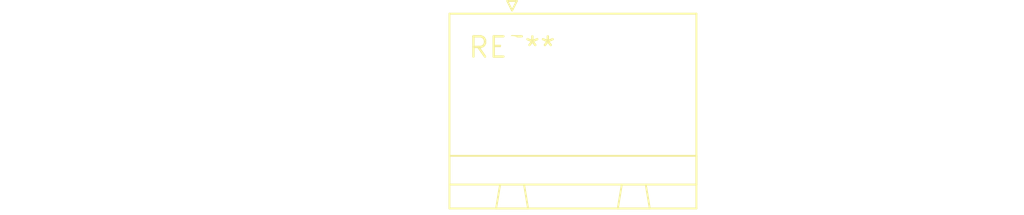
<source format=kicad_pcb>
(kicad_pcb (version 20240108) (generator pcbnew)
  (layers (0 "F.Cu" signal) (31 "B.Cu" signal) (34 "B.Paste" user) (35 "F.Paste" user) (36 "B.SilkS" user "B.Silkscreen") (37 "F.SilkS" user "F.Silkscreen") (38 "B.Mask" user) (39 "F.Mask" user) (44 "Edge.Cuts" user))
  (net 0 "")
  (footprint "PhoenixContact_GMSTBA_2,5_2-G-7,62_1x02_P7.62mm_Horizontal" (layer "F.Cu") (at 0 0)
    (property "Reference" "REF**")
    (property "Value" "PhoenixContact_GMSTBA_2,5_2-G-7,62_1x02_P7.62mm_Horizontal")
    (fp_line (start -3.92 -2.11) (end -3.92 10.11) (layer "F.SilkS") (stroke (width 0.12)))
    (fp_line (start -3.92 6.81) (end 11.54 6.81) (layer "F.SilkS") (stroke (width 0.12)))
    (fp_line (start -3.92 8.61) (end -3.92 6.81) (layer "F.SilkS") (stroke (width 0.12)))
    (fp_line (start -3.92 10.11) (end 11.54 10.11) (layer "F.SilkS") (stroke (width 0.12)))
    (fp_line (start -1 10.11) (end 1 10.11) (layer "F.SilkS") (stroke (width 0.12)))
    (fp_line (start -0.75 8.61) (end -1 10.11) (layer "F.SilkS") (stroke (width 0.12)))
    (fp_line (start -0.3 -2.91) (end 0.3 -2.91) (layer "F.SilkS") (stroke (width 0.12)))
    (fp_line (start 0 -2.31) (end -0.3 -2.91) (layer "F.SilkS") (stroke (width 0.12)))
    (fp_line (start 0.3 -2.91) (end 0 -2.31) (layer "F.SilkS") (stroke (width 0.12)))
    (fp_line (start 0.75 8.61) (end -0.75 8.61) (layer "F.SilkS") (stroke (width 0.12)))
    (fp_line (start 1 10.11) (end 0.75 8.61) (layer "F.SilkS") (stroke (width 0.12)))
    (fp_line (start 6.62 10.11) (end 8.62 10.11) (layer "F.SilkS") (stroke (width 0.12)))
    (fp_line (start 6.87 8.61) (end 6.62 10.11) (layer "F.SilkS") (stroke (width 0.12)))
    (fp_line (start 8.37 8.61) (end 6.87 8.61) (layer "F.SilkS") (stroke (width 0.12)))
    (fp_line (start 8.62 10.11) (end 8.37 8.61) (layer "F.SilkS") (stroke (width 0.12)))
    (fp_line (start 11.54 -2.11) (end -3.92 -2.11) (layer "F.SilkS") (stroke (width 0.12)))
    (fp_line (start 11.54 6.81) (end 11.54 8.61) (layer "F.SilkS") (stroke (width 0.12)))
    (fp_line (start 11.54 8.61) (end -3.92 8.61) (layer "F.SilkS") (stroke (width 0.12)))
    (fp_line (start 11.54 10.11) (end 11.54 -2.11) (layer "F.SilkS") (stroke (width 0.12)))
    (pad "1" thru_hole roundrect (at 0 0) (size 2.1 3.6) (drill 1.4) (layers *.Cu *.Mask) (remove_unused_layers) (roundrect_rratio 0.119048))
    (pad "2" thru_hole oval (at 7.62 0) (size 2.1 3.6) (drill 1.4) (layers *.Cu *.Mask) (remove_unused_layers))
  )
)
</source>
